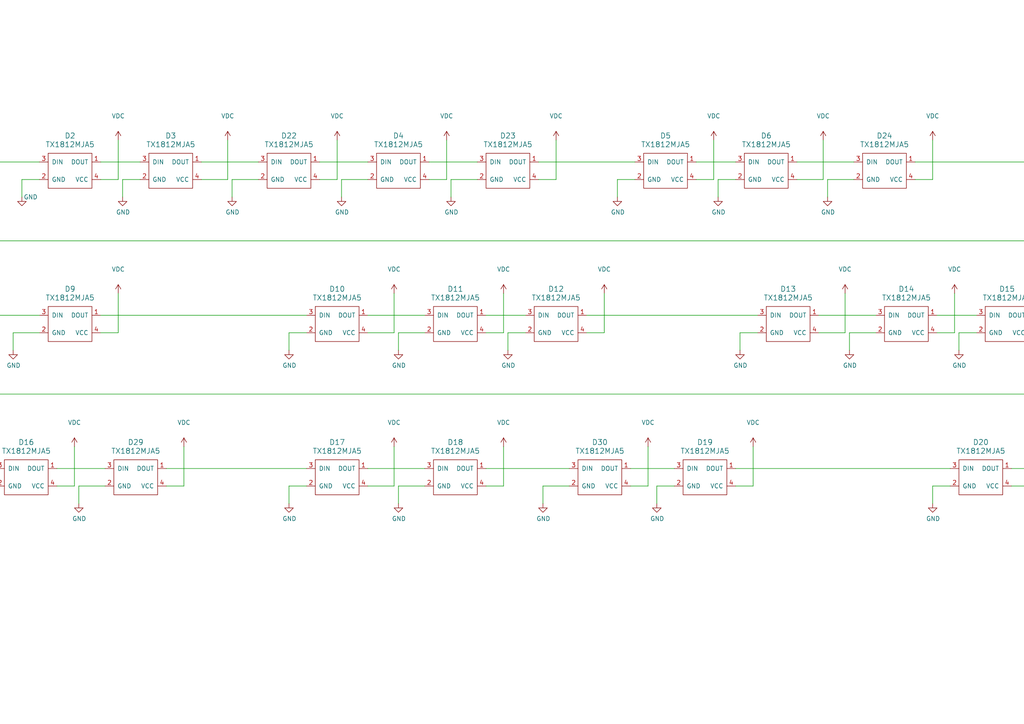
<source format=kicad_sch>
(kicad_sch (version 20250114) (generator "eeschema") (generator_version "9.0")
  (paper "A4")
  (title_block (title "Pixels D20 Schematic, Main") (date "2022-08-26") (rev "13") (company "Systemic Games, LLC") (comment 1 "LED Chain"))
  (lib_symbols
    (symbol "Device:C" (pin_numbers (hide yes)) (pin_names (offset 0.254))
      (property "Reference" "C" (at 0.635 2.54 0))
      (property "Value" "C" (at 0.635 -2.54 0))
      (symbol "C_0_1"
        (polyline (pts (xy -2.032 0.762) (xy 2.032 0.762)) (stroke (width 0.508)))
        (polyline (pts (xy -2.032 -0.762) (xy 2.032 -0.762)) (stroke (width 0.508)))
      )
      (symbol "C_1_1"
        (pin passive line (at 0 3.81 270) (length 2.794) (name "~") (number "1"))
        (pin passive line (at 0 -3.81 90) (length 2.794) (name "~") (number "2"))
      )
    )
    (symbol "Pixels-dice:TEST_1P-conn" (pin_numbers (hide yes)) (pin_names (offset 0.762) (hide yes))
      (property "Reference" "W" (at 0 6.858 0))
      (property "Value" "TEST_1P-conn" (at 0 5.08 0))
      (symbol "TEST_1P-conn_0_1"
        (circle (center 0 3.302) (radius 0.762))
      )
      (symbol "TEST_1P-conn_1_1"
        (pin passive line (at 0 0 90) (length 2.54) (name "1") (number "1"))
      )
    )
    (symbol "Pixels-dice:TX1812MJA5" (pin_names (offset 1.016))
      (property "Reference" "D" (at 0 -6.35 0))
      (property "Value" "TX1812MJA5" (at 0 6.35 0))
      (symbol "TX1812MJA5_0_1"
        (rectangle (start -6.35 5.08) (end 6.35 -5.08))
      )
      (symbol "TX1812MJA5_1_1"
        (pin input line (at -8.89 2.54 0) (length 2.54) (name "DIN") (number "3"))
        (pin power_in line (at -8.89 -2.54 0) (length 2.54) (name "GND") (number "2"))
        (pin output line (at 8.89 2.54 180) (length 2.54) (name "DOUT") (number "1"))
        (pin power_in line (at 8.89 -2.54 180) (length 2.54) (name "VCC") (number "4"))
      )
    )
    (symbol "power:GND" (power) (pin_names (offset 0))
      (property "Value" "GND" (at 0 -3.81 0))
      (symbol "GND_0_1"
        (polyline (pts (xy 0 0) (xy 0 -1.27) (xy 1.27 -1.27) (xy 0 -2.54) (xy -1.27 -1.27) (xy 0 -1.27)))
      )
      (symbol "GND_1_1"
        (pin power_in line (at 0 0 270) (length 0) (hide yes) (name "GND") (number "1"))
      )
    )
    (symbol "power:VDC" (power) (pin_names (offset 0))
      (property "Value" "VDC" (at 0 6.35 0))
      (symbol "VDC_0_1"
        (polyline (pts (xy -0.762 1.27) (xy 0 2.54)))
        (polyline (pts (xy 0 2.54) (xy 0.762 1.27)))
        (polyline (pts (xy 0 0) (xy 0 2.54)))
      )
      (symbol "VDC_1_1"
        (pin power_in line (at 0 0 90) (length 0) (hide yes) (name "VDC") (number "1"))
      )
    )
  )
  (junction (at -21.59 46.99))
  (junction (at 330.2 140.97))
  (junction (at 360.68 52.07))
  (junction (at 306.07 96.52))
  (wire (pts (xy 175.26 85.09) (xy 175.26 96.52)))
  (wire (pts (xy 238.76 40.64) (xy 238.76 52.07)))
  (wire (pts (xy 170.18 91.44) (xy 219.71 91.44)))
  (wire (pts (xy 265.43 52.07) (xy 270.51 52.07)))
  (wire (pts (xy 53.34 129.54) (xy 53.34 140.97)))
  (wire (pts (xy 190.5 140.97) (xy 195.58 140.97)))
  (wire (pts (xy 124.46 46.99) (xy 138.43 46.99)))
  (wire (pts (xy 114.3 129.54) (xy 114.3 140.97)))
  (wire (pts (xy 306.07 104.14) (xy 306.07 105.41)))
  (wire (pts (xy 326.39 52.07) (xy 331.47 52.07)))
  (wire (pts (xy 106.68 96.52) (xy 114.3 96.52)))
  (wire (pts (xy 214.63 96.52) (xy 214.63 101.6)))
  (wire (pts (xy 201.93 52.07) (xy 207.01 52.07)))
  (wire (pts (xy 208.28 52.07) (xy 213.36 52.07)))
  (wire (pts (xy 161.29 40.64) (xy 161.29 52.07)))
  (wire (pts (xy 271.78 91.44) (xy 283.21 91.44)))
  (wire (pts (xy 190.5 146.05) (xy 190.5 140.97)))
  (wire (pts (xy 48.26 135.89) (xy 88.9 135.89)))
  (wire (pts (xy 208.28 52.07) (xy 208.28 57.15)))
  (wire (pts (xy 34.29 85.09) (xy 34.29 96.52)))
  (wire (pts (xy 83.82 146.05) (xy 83.82 140.97)))
  (wire (pts (xy -1.27 69.85) (xy -1.27 91.44)))
  (wire (pts (xy 146.05 85.09) (xy 146.05 96.52)))
  (wire (pts (xy 201.93 46.99) (xy 213.36 46.99)))
  (wire (pts (xy 182.88 140.97) (xy 187.96 140.97)))
  (wire (pts (xy 66.04 40.64) (xy 66.04 52.07)))
  (wire (pts (xy 179.07 52.07) (xy 184.15 52.07)))
  (wire (pts (xy 147.32 96.52) (xy 152.4 96.52)))
  (wire (pts (xy 302.26 140.97) (xy 302.26 146.05)))
  (wire (pts (xy 355.6 52.07) (xy 360.68 52.07)))
  (wire (pts (xy 207.01 40.64) (xy 207.01 52.07)))
  (wire (pts (xy 140.97 91.44) (xy 152.4 91.44)))
  (wire (pts (xy 330.2 129.54) (xy 330.2 140.97)))
  (wire (pts (xy 83.82 101.6) (xy 83.82 96.52)))
  (wire (pts (xy 48.26 140.97) (xy 53.34 140.97)))
  (wire (pts (xy 92.71 52.07) (xy 97.79 52.07)))
  (wire (pts (xy 29.21 96.52) (xy 34.29 96.52)))
  (wire (pts (xy 156.21 46.99) (xy 184.15 46.99)))
  (wire (pts (xy 293.37 135.89) (xy 308.61 135.89)))
  (wire (pts (xy 35.56 57.15) (xy 35.56 52.07)))
  (wire (pts (xy 146.05 129.54) (xy 146.05 140.97)))
  (wire (pts (xy 293.37 140.97) (xy 300.99 140.97)))
  (wire (pts (xy 302.26 140.97) (xy 308.61 140.97)))
  (wire (pts (xy 300.99 91.44) (xy 360.68 91.44)))
  (wire (pts (xy 240.03 52.07) (xy 247.65 52.07)))
  (wire (pts (xy 22.86 140.97) (xy 30.48 140.97)))
  (wire (pts (xy 332.74 52.07) (xy 337.82 52.07)))
  (wire (pts (xy 231.14 52.07) (xy 238.76 52.07)))
  (wire (pts (xy 355.6 46.99) (xy 401.32 46.99)))
  (wire (pts (xy 360.68 40.64) (xy 360.68 52.07)))
  (wire (pts (xy -21.59 46.99) (xy 11.43 46.99)))
  (wire (pts (xy 270.51 140.97) (xy 270.51 146.05)))
  (wire (pts (xy 58.42 52.07) (xy 66.04 52.07)))
  (wire (pts (xy 170.18 96.52) (xy 175.26 96.52)))
  (wire (pts (xy 6.35 52.07) (xy 6.35 57.15)))
  (wire (pts (xy 179.07 57.15) (xy 179.07 52.07)))
  (wire (pts (xy 67.31 52.07) (xy 67.31 57.15)))
  (wire (pts (xy 114.3 85.09) (xy 114.3 96.52)))
  (wire (pts (xy 326.39 140.97) (xy 330.2 140.97)))
  (wire (pts (xy 237.49 96.52) (xy 245.11 96.52)))
  (wire (pts (xy 246.38 96.52) (xy 246.38 101.6)))
  (wire (pts (xy -21.59 45.72) (xy -21.59 46.99)))
  (wire (pts (xy 213.36 135.89) (xy 275.59 135.89)))
  (wire (pts (xy 245.11 85.09) (xy 245.11 96.52)))
  (wire (pts (xy 300.99 52.07) (xy 300.99 57.15)))
  (wire (pts (xy 130.81 52.07) (xy 130.81 57.15)))
  (wire (pts (xy 237.49 91.44) (xy 254 91.44)))
  (wire (pts (xy -1.27 91.44) (xy 11.43 91.44)))
  (wire (pts (xy 271.78 96.52) (xy 276.86 96.52)))
  (wire (pts (xy 401.32 46.99) (xy 401.32 69.85)))
  (wire (pts (xy -8.89 140.97) (xy -1.27 140.97)))
  (wire (pts (xy 360.68 91.44) (xy 360.68 114.3)))
  (wire (pts (xy 187.96 129.54) (xy 187.96 140.97)))
  (wire (pts (xy 92.71 46.99) (xy 106.68 46.99)))
  (wire (pts (xy 300.99 52.07) (xy 308.61 52.07)))
  (wire (pts (xy 218.44 129.54) (xy 218.44 140.97)))
  (wire (pts (xy 147.32 101.6) (xy 147.32 96.52)))
  (wire (pts (xy 157.48 140.97) (xy 165.1 140.97)))
  (wire (pts (xy 83.82 140.97) (xy 88.9 140.97)))
  (wire (pts (xy 6.35 52.07) (xy 11.43 52.07)))
  (wire (pts (xy 29.21 91.44) (xy 88.9 91.44)))
  (wire (pts (xy 83.82 96.52) (xy 88.9 96.52)))
  (wire (pts (xy 97.79 40.64) (xy 97.79 52.07)))
  (wire (pts (xy 106.68 91.44) (xy 123.19 91.44)))
  (wire (pts (xy -13.97 135.89) (xy -1.27 135.89)))
  (wire (pts (xy 3.81 96.52) (xy 11.43 96.52)))
  (wire (pts (xy 35.56 52.07) (xy 40.64 52.07)))
  (wire (pts (xy 124.46 52.07) (xy 129.54 52.07)))
  (wire (pts (xy -24.13 46.99) (xy -21.59 46.99)))
  (wire (pts (xy 326.39 46.99) (xy 337.82 46.99)))
  (wire (pts (xy -1.27 69.85) (xy 401.32 69.85)))
  (wire (pts (xy 115.57 96.52) (xy 115.57 101.6)))
  (wire (pts (xy 58.42 46.99) (xy 74.93 46.99)))
  (wire (pts (xy 21.59 129.54) (xy 21.59 140.97)))
  (wire (pts (xy 22.86 140.97) (xy 22.86 146.05)))
  (wire (pts (xy 29.21 46.99) (xy 40.64 46.99)))
  (wire (pts (xy 115.57 140.97) (xy 123.19 140.97)))
  (wire (pts (xy 278.13 101.6) (xy 278.13 96.52)))
  (wire (pts (xy 16.51 135.89) (xy 30.48 135.89)))
  (wire (pts (xy 16.51 140.97) (xy 21.59 140.97)))
  (wire (pts (xy 106.68 135.89) (xy 123.19 135.89)))
  (wire (pts (xy 115.57 96.52) (xy 123.19 96.52)))
  (wire (pts (xy 300.99 96.52) (xy 306.07 96.52)))
  (wire (pts (xy 331.47 40.64) (xy 331.47 52.07)))
  (wire (pts (xy 157.48 140.97) (xy 157.48 146.05)))
  (wire (pts (xy 300.99 129.54) (xy 300.99 140.97)))
  (wire (pts (xy -8.89 140.97) (xy -8.89 146.05)))
  (wire (pts (xy 326.39 135.89) (xy 341.63 135.89)))
  (wire (pts (xy 106.68 140.97) (xy 114.3 140.97)))
  (wire (pts (xy 240.03 52.07) (xy 240.03 57.15)))
  (wire (pts (xy 278.13 96.52) (xy 283.21 96.52)))
  (wire (pts (xy 360.68 59.69) (xy 360.68 62.23)))
  (wire (pts (xy 140.97 140.97) (xy 146.05 140.97)))
  (wire (pts (xy 130.81 52.07) (xy 138.43 52.07)))
  (wire (pts (xy 140.97 96.52) (xy 146.05 96.52)))
  (wire (pts (xy 276.86 85.09) (xy 276.86 96.52)))
  (wire (pts (xy 182.88 135.89) (xy 195.58 135.89)))
  (wire (pts (xy 34.29 40.64) (xy 34.29 52.07)))
  (wire (pts (xy 231.14 46.99) (xy 247.65 46.99)))
  (wire (pts (xy 115.57 140.97) (xy 115.57 146.05)))
  (wire (pts (xy 270.51 140.97) (xy 275.59 140.97)))
  (wire (pts (xy 140.97 135.89) (xy 165.1 135.89)))
  (wire (pts (xy 99.06 52.07) (xy 106.68 52.07)))
  (wire (pts (xy 67.31 52.07) (xy 74.93 52.07)))
  (wire (pts (xy 270.51 40.64) (xy 270.51 52.07)))
  (wire (pts (xy 213.36 140.97) (xy 218.44 140.97)))
  (wire (pts (xy 330.2 148.59) (xy 330.2 149.86)))
  (wire (pts (xy 129.54 40.64) (xy 129.54 52.07)))
  (wire (pts (xy 332.74 57.15) (xy 332.74 52.07)))
  (wire (pts (xy 246.38 96.52) (xy 254 96.52)))
  (wire (pts (xy 265.43 46.99) (xy 308.61 46.99)))
  (wire (pts (xy 29.21 52.07) (xy 34.29 52.07)))
  (wire (pts (xy 3.81 96.52) (xy 3.81 101.6)))
  (wire (pts (xy 214.63 96.52) (xy 219.71 96.52)))
  (wire (pts (xy 306.07 85.09) (xy 306.07 96.52)))
  (wire (pts (xy -13.97 114.3) (xy 360.68 114.3)))
  (wire (pts (xy -13.97 114.3) (xy -13.97 135.89)))
  (wire (pts (xy 156.21 52.07) (xy 161.29 52.07)))
  (wire (pts (xy 99.06 52.07) (xy 99.06 57.15)))
  (hierarchical_label "LED_RETURN" (shape output) (at 341.63 135.89 0))
  (hierarchical_label "LED_DATA" (shape input) (at -24.13 46.99 180))
  (symbol (lib_id "power:VDC") (at 34.29 40.64 0) (unit 1)
    (property "Reference" "#PWR0103" (effects (hide yes)))
    (property "Value" "VDC" (at 34.29 33.655 0))
  )
  (symbol (lib_id "power:VDC") (at 66.04 40.64 0) (unit 1)
    (property "Reference" "#PWR0104" (effects (hide yes)))
    (property "Value" "VDC" (at 66.04 33.655 0))
  )
  (symbol (lib_id "power:GND") (at 6.35 57.15 0) (unit 1)
    (property "Reference" "#PWR0105" (effects (hide yes)))
    (property "Value" "GND" (at 8.89 57.15 0))
  )
  (symbol (lib_id "power:GND") (at 35.56 57.15 0) (unit 1)
    (property "Reference" "#PWR0106" (effects (hide yes)))
    (property "Value" "GND" (at 35.687 61.5442 0))
  )
  (symbol (lib_id "power:VDC") (at 129.54 40.64 0) (unit 1)
    (property "Reference" "#PWR0107" (effects (hide yes)))
    (property "Value" "VDC" (at 129.54 33.655 0))
  )
  (symbol (lib_id "power:VDC") (at 207.01 40.64 0) (unit 1)
    (property "Reference" "#PWR0108" (effects (hide yes)))
    (property "Value" "VDC" (at 207.01 33.655 0))
  )
  (symbol (lib_id "power:GND") (at 99.06 57.15 0) (unit 1)
    (property "Reference" "#PWR0109" (effects (hide yes)))
    (property "Value" "GND" (at 99.187 61.5442 0))
  )
  (symbol (lib_id "power:GND") (at 179.07 57.15 0) (unit 1)
    (property "Reference" "#PWR0110" (effects (hide yes)))
    (property "Value" "GND" (at 179.197 61.5442 0))
  )
  (symbol (lib_id "power:VDC") (at 238.76 40.64 0) (unit 1)
    (property "Reference" "#PWR0111" (effects (hide yes)))
    (property "Value" "VDC" (at 238.76 33.655 0))
  )
  (symbol (lib_id "power:VDC") (at 331.47 40.64 0) (unit 1)
    (property "Reference" "#PWR0112" (effects (hide yes)))
    (property "Value" "VDC" (at 331.47 33.655 0))
  )
  (symbol (lib_id "power:VDC") (at 360.68 40.64 0) (unit 1)
    (property "Reference" "#PWR0113" (effects (hide yes)))
    (property "Value" "VDC" (at 360.68 33.655 0))
  )
  (symbol (lib_id "power:GND") (at 300.99 57.15 0) (unit 1)
    (property "Reference" "#PWR0114" (effects (hide yes)))
    (property "Value" "GND" (at 301.117 61.5442 0))
  )
  (symbol (lib_id "power:GND") (at 332.74 57.15 0) (unit 1)
    (property "Reference" "#PWR0115" (effects (hide yes)))
    (property "Value" "GND" (at 332.867 61.5442 0))
  )
  (symbol (lib_id "power:GND") (at 208.28 57.15 0) (unit 1)
    (property "Reference" "#PWR0116" (effects (hide yes)))
    (property "Value" "GND" (at 208.407 61.5442 0))
  )
  (symbol (lib_id "power:VDC") (at 34.29 85.09 0) (unit 1)
    (property "Reference" "#PWR0117" (effects (hide yes)))
    (property "Value" "VDC" (at 34.29 78.105 0))
  )
  (symbol (lib_id "power:VDC") (at 114.3 85.09 0) (unit 1)
    (property "Reference" "#PWR0118" (effects (hide yes)))
    (property "Value" "VDC" (at 114.3 78.105 0))
  )
  (symbol (lib_id "power:GND") (at 3.81 101.6 0) (unit 1)
    (property "Reference" "#PWR0119" (effects (hide yes)))
    (property "Value" "GND" (at 3.937 105.9942 0))
  )
  (symbol (lib_id "power:GND") (at 83.82 101.6 0) (unit 1)
    (property "Reference" "#PWR0120" (effects (hide yes)))
    (property "Value" "GND" (at 83.947 105.9942 0))
  )
  (symbol (lib_id "power:VDC") (at 175.26 85.09 0) (unit 1)
    (property "Reference" "#PWR0121" (effects (hide yes)))
    (property "Value" "VDC" (at 175.26 78.105 0))
  )
  (symbol (lib_id "power:GND") (at 115.57 101.6 0) (unit 1)
    (property "Reference" "#PWR0122" (effects (hide yes)))
    (property "Value" "GND" (at 115.697 105.9942 0))
  )
  (symbol (lib_id "power:GND") (at 147.32 101.6 0) (unit 1)
    (property "Reference" "#PWR0123" (effects (hide yes)))
    (property "Value" "GND" (at 147.447 105.9942 0))
  )
  (symbol (lib_id "power:VDC") (at 245.11 85.09 0) (unit 1)
    (property "Reference" "#PWR0124" (effects (hide yes)))
    (property "Value" "VDC" (at 245.11 78.105 0))
  )
  (symbol (lib_id "power:VDC") (at 276.86 85.09 0) (unit 1)
    (property "Reference" "#PWR0125" (effects (hide yes)))
    (property "Value" "VDC" (at 276.86 78.105 0))
  )
  (symbol (lib_id "power:VDC") (at 306.07 85.09 0) (unit 1)
    (property "Reference" "#PWR0126" (effects (hide yes)))
    (property "Value" "VDC" (at 306.07 78.105 0))
  )
  (symbol (lib_id "power:GND") (at 246.38 101.6 0) (unit 1)
    (property "Reference" "#PWR0127" (effects (hide yes)))
    (property "Value" "GND" (at 246.507 105.9942 0))
  )
  (symbol (lib_id "power:GND") (at 278.13 101.6 0) (unit 1)
    (property "Reference" "#PWR0128" (effects (hide yes)))
    (property "Value" "GND" (at 278.257 105.9942 0))
  )
  (symbol (lib_id "power:GND") (at 214.63 101.6 0) (unit 1)
    (property "Reference" "#PWR0129" (effects (hide yes)))
    (property "Value" "GND" (at 214.757 105.9942 0))
  )
  (symbol (lib_id "power:VDC") (at 21.59 129.54 0) (unit 1)
    (property "Reference" "#PWR0130" (effects (hide yes)))
    (property "Value" "VDC" (at 21.59 122.555 0))
  )
  (symbol (lib_id "power:VDC") (at 114.3 129.54 0) (unit 1)
    (property "Reference" "#PWR0131" (effects (hide yes)))
    (property "Value" "VDC" (at 114.3 122.555 0))
  )
  (symbol (lib_id "power:GND") (at -8.89 146.05 0) (unit 1)
    (property "Reference" "#PWR0132" (effects (hide yes)))
    (property "Value" "GND" (at -8.763 150.4442 0))
  )
  (symbol (lib_id "power:GND") (at 83.82 146.05 0) (unit 1)
    (property "Reference" "#PWR0133" (effects (hide yes)))
    (property "Value" "GND" (at 83.947 150.4442 0))
  )
  (symbol (lib_id "power:VDC") (at 146.05 129.54 0) (unit 1)
    (property "Reference" "#PWR0134" (effects (hide yes)))
    (property "Value" "VDC" (at 146.05 122.555 0))
  )
  (symbol (lib_id "power:VDC") (at 218.44 129.54 0) (unit 1)
    (property "Reference" "#PWR0135" (effects (hide yes)))
    (property "Value" "VDC" (at 218.44 122.555 0))
  )
  (symbol (lib_id "power:GND") (at 115.57 146.05 0) (unit 1)
    (property "Reference" "#PWR0136" (effects (hide yes)))
    (property "Value" "GND" (at 115.697 150.4442 0))
  )
  (symbol (lib_id "power:GND") (at 190.5 146.05 0) (unit 1)
    (property "Reference" "#PWR0137" (effects (hide yes)))
    (property "Value" "GND" (at 190.627 150.4442 0))
  )
  (symbol (lib_id "power:VDC") (at 300.99 129.54 0) (unit 1)
    (property "Reference" "#PWR0138" (effects (hide yes)))
    (property "Value" "VDC" (at 300.99 122.555 0))
  )
  (symbol (lib_id "power:GND") (at 360.68 62.23 0) (unit 1)
    (property "Reference" "#PWR0140" (effects (hide yes)))
    (property "Value" "GND" (at 360.807 66.6242 0))
  )
  (symbol (lib_id "Device:C") (at 306.07 100.33 0) (unit 1)
    (property "Reference" "C24" (at 308.61 100.33 0) (effects (justify left)))
    (property "Value" "0.1uF 10V 20%" (at 307.34 102.87 0) (effects (justify left)))
    (property "Footprint" "Capacitor_SMD:C_0201_0603Metric" (effects (hide yes)))
    (property "Generic OK" "YES" (effects (hide yes)))
    (property "Manufacturer" "HRE" (effects (hide yes)))
    (property "LCSC Part #" "C6119757" (effects (hide yes)))
    (property "Part Number" "CGA0201X5R104K100ET" (effects (hide yes)))
  )
  (symbol (lib_id "power:GND") (at 306.07 105.41 0) (unit 1)
    (property "Reference" "#PWR0141" (effects (hide yes)))
    (property "Value" "GND" (at 306.197 109.8042 0))
  )
  (symbol (lib_id "Device:C") (at 330.2 144.78 0) (unit 1)
    (property "Reference" "C25" (at 332.74 144.78 0) (effects (justify left)))
    (property "Value" "0.1uF 10V 20%" (at 331.47 147.32 0) (effects (justify left)))
    (property "Footprint" "Capacitor_SMD:C_0201_0603Metric" (effects (hide yes)))
    (property "Generic OK" "YES" (effects (hide yes)))
    (property "Manufacturer" "HRE" (effects (hide yes)))
    (property "LCSC Part #" "C6119757" (effects (hide yes)))
    (property "Part Number" "CGA0201X5R104K100ET" (effects (hide yes)))
  )
  (symbol (lib_id "power:VDC") (at 97.79 40.64 0) (unit 1)
    (property "Reference" "#PWR019" (effects (hide yes)))
    (property "Value" "VDC" (at 97.79 33.655 0))
  )
  (symbol (lib_id "Pixels-dice:TX1812MJA5") (at 317.5 49.53 0) (unit 1)
    (property "Reference" "D7" (at 317.5 39.37 0) (effects (font (size 1.524 1.524))))
    (property "Value" "TX1812MJA5" (at 317.5 41.91 0) (effects (font (size 1.524 1.524))))
    (property "Footprint" "Pixels-dice:TX1812MWCA5-F01" (effects (hide yes)))
    (property "Manufacturer" "TCWIN" (effects (hide yes)))
    (property "Part Number" "TX1812MJA5-F01" (effects (hide yes)))
  )
  (symbol (lib_id "Pixels-dice:TX1812MJA5") (at 39.37 138.43 0) (unit 1)
    (property "Reference" "D29" (at 39.37 128.27 0) (effects (font (size 1.524 1.524))))
    (property "Value" "TX1812MJA5" (at 39.37 130.81 0) (effects (font (size 1.524 1.524))))
    (property "Footprint" "Pixels-dice:TX1812MWCA5-F01" (effects (hide yes)))
    (property "Manufacturer" "TCWIN" (effects (hide yes)))
    (property "Part Number" "TX1812MJA5-F01" (effects (hide yes)))
  )
  (symbol (lib_id "Pixels-dice:TX1812MJA5") (at 262.89 93.98 0) (unit 1)
    (property "Reference" "D14" (at 262.89 83.82 0) (effects (font (size 1.524 1.524))))
    (property "Value" "TX1812MJA5" (at 262.89 86.36 0) (effects (font (size 1.524 1.524))))
    (property "Footprint" "Pixels-dice:TX1812MWCA5-F01" (effects (hide yes)))
    (property "Manufacturer" "TCWIN" (effects (hide yes)))
    (property "Part Number" "TX1812MJA5-F01" (effects (hide yes)))
  )
  (symbol (lib_id "power:GND") (at 270.51 146.05 0) (unit 1)
    (property "Reference" "#PWR046" (effects (hide yes)))
    (property "Value" "GND" (at 270.637 150.4442 0))
  )
  (symbol (lib_id "power:GND") (at 22.86 146.05 0) (unit 1)
    (property "Reference" "#PWR067" (effects (hide yes)))
    (property "Value" "GND" (at 22.987 150.4442 0))
  )
  (symbol (lib_id "Device:C") (at 360.68 55.88 0) (unit 1)
    (property "Reference" "C6" (at 363.22 55.88 0) (effects (justify left)))
    (property "Value" "0.1uF 10V 20%" (at 361.95 58.42 0) (effects (justify left)))
    (property "Footprint" "Capacitor_SMD:C_0201_0603Metric" (effects (hide yes)))
    (property "Generic OK" "YES" (effects (hide yes)))
    (property "Manufacturer" "HRE" (effects (hide yes)))
    (property "LCSC Part #" "C6119757" (effects (hide yes)))
    (property "Part Number" "CGA0201X5R104K100ET" (effects (hide yes)))
  )
  (symbol (lib_id "Pixels-dice:TX1812MJA5") (at 193.04 49.53 0) (unit 1)
    (property "Reference" "D5" (at 193.04 39.37 0) (effects (font (size 1.524 1.524))))
    (property "Value" "TX1812MJA5" (at 193.04 41.91 0) (effects (font (size 1.524 1.524))))
    (property "Footprint" "Pixels-dice:TX1812MWCA5-F01" (effects (hide yes)))
    (property "Manufacturer" "TCWIN" (effects (hide yes)))
    (property "Part Number" "TX1812MJA5-F01" (effects (hide yes)))
  )
  (symbol (lib_id "Pixels-dice:TX1812MJA5") (at 115.57 49.53 0) (unit 1)
    (property "Reference" "D4" (at 115.57 39.37 0) (effects (font (size 1.524 1.524))))
    (property "Value" "TX1812MJA5" (at 115.57 41.91 0) (effects (font (size 1.524 1.524))))
    (property "Footprint" "Pixels-dice:TX1812MWCA5-F01" (effects (hide yes)))
    (property "Manufacturer" "TCWIN" (effects (hide yes)))
    (property "Part Number" "TX1812MJA5-F01" (effects (hide yes)))
  )
  (symbol (lib_id "Pixels-dice:TX1812MJA5") (at 132.08 93.98 0) (unit 1)
    (property "Reference" "D11" (at 132.08 83.82 0) (effects (font (size 1.524 1.524))))
    (property "Value" "TX1812MJA5" (at 132.08 86.36 0) (effects (font (size 1.524 1.524))))
    (property "Footprint" "Pixels-dice:TX1812MWCA5-F01" (effects (hide yes)))
    (property "Manufacturer" "TCWIN" (effects (hide yes)))
    (property "Part Number" "TX1812MJA5-F01" (effects (hide yes)))
  )
  (symbol (lib_id "Pixels-dice:TX1812MJA5") (at 222.25 49.53 0) (unit 1)
    (property "Reference" "D6" (at 222.25 39.37 0) (effects (font (size 1.524 1.524))))
    (property "Value" "TX1812MJA5" (at 222.25 41.91 0) (effects (font (size 1.524 1.524))))
    (property "Footprint" "Pixels-dice:TX1812MWCA5-F01" (effects (hide yes)))
    (property "Manufacturer" "TCWIN" (effects (hide yes)))
    (property "Part Number" "TX1812MJA5-F01" (effects (hide yes)))
  )
  (symbol (lib_id "Pixels-dice:TX1812MJA5") (at 317.5 138.43 0) (unit 1)
    (property "Reference" "D21" (at 317.5 128.27 0) (effects (font (size 1.524 1.524))))
    (property "Value" "TX1812MJA5" (at 317.5 130.81 0) (effects (font (size 1.524 1.524))))
    (property "Footprint" "Pixels-dice:TX1812MWCA5-F01" (effects (hide yes)))
    (property "Manufacturer" "TCWIN" (effects (hide yes)))
    (property "Part Number" "TX1812MJA5-F01" (effects (hide yes)))
  )
  (symbol (lib_id "Pixels-dice:TX1812MJA5") (at 228.6 93.98 0) (unit 1)
    (property "Reference" "D13" (at 228.6 83.82 0) (effects (font (size 1.524 1.524))))
    (property "Value" "TX1812MJA5" (at 228.6 86.36 0) (effects (font (size 1.524 1.524))))
    (property "Footprint" "Pixels-dice:TX1812MWCA5-F01" (effects (hide yes)))
    (property "Manufacturer" "TCWIN" (effects (hide yes)))
    (property "Part Number" "TX1812MJA5-F01" (effects (hide yes)))
  )
  (symbol (lib_id "power:VDC") (at 146.05 85.09 0) (unit 1)
    (property "Reference" "#PWR015" (effects (hide yes)))
    (property "Value" "VDC" (at 146.05 78.105 0))
  )
  (symbol (lib_id "Pixels-dice:TX1812MJA5") (at 346.71 49.53 0) (unit 1)
    (property "Reference" "D8" (at 346.71 39.37 0) (effects (font (size 1.524 1.524))))
    (property "Value" "TX1812MJA5" (at 346.71 41.91 0) (effects (font (size 1.524 1.524))))
    (property "Footprint" "Pixels-dice:TX1812MWCA5-F01" (effects (hide yes)))
    (property "Manufacturer" "TCWIN" (effects (hide yes)))
    (property "Part Number" "TX1812MJA5-F01" (effects (hide yes)))
  )
  (symbol (lib_id "Pixels-dice:TX1812MJA5") (at 284.48 138.43 0) (unit 1)
    (property "Reference" "D20" (at 284.48 128.27 0) (effects (font (size 1.524 1.524))))
    (property "Value" "TX1812MJA5" (at 284.48 130.81 0) (effects (font (size 1.524 1.524))))
    (property "Footprint" "Pixels-dice:TX1812MWCA5-F01" (effects (hide yes)))
    (property "Manufacturer" "TCWIN" (effects (hide yes)))
    (property "Part Number" "TX1812MJA5-F01" (effects (hide yes)))
  )
  (symbol (lib_id "Pixels-dice:TX1812MJA5") (at 97.79 93.98 0) (unit 1)
    (property "Reference" "D10" (at 97.79 83.82 0) (effects (font (size 1.524 1.524))))
    (property "Value" "TX1812MJA5" (at 97.79 86.36 0) (effects (font (size 1.524 1.524))))
    (property "Footprint" "Pixels-dice:TX1812MWCA5-F01" (effects (hide yes)))
    (property "Manufacturer" "TCWIN" (effects (hide yes)))
    (property "Part Number" "TX1812MJA5-F01" (effects (hide yes)))
  )
  (symbol (lib_id "Pixels-dice:TX1812MJA5") (at 132.08 138.43 0) (unit 1)
    (property "Reference" "D18" (at 132.08 128.27 0) (effects (font (size 1.524 1.524))))
    (property "Value" "TX1812MJA5" (at 132.08 130.81 0) (effects (font (size 1.524 1.524))))
    (property "Footprint" "Pixels-dice:TX1812MWCA5-F01" (effects (hide yes)))
    (property "Manufacturer" "TCWIN" (effects (hide yes)))
    (property "Part Number" "TX1812MJA5-F01" (effects (hide yes)))
  )
  (symbol (lib_id "power:VDC") (at 270.51 40.64 0) (unit 1)
    (property "Reference" "#PWR037" (effects (hide yes)))
    (property "Value" "VDC" (at 270.51 33.655 0))
  )
  (symbol (lib_id "power:VDC") (at 53.34 129.54 0) (unit 1)
    (property "Reference" "#PWR068" (effects (hide yes)))
    (property "Value" "VDC" (at 53.34 122.555 0))
  )
  (symbol (lib_id "Pixels-dice:TX1812MJA5") (at 97.79 138.43 0) (unit 1)
    (property "Reference" "D17" (at 97.79 128.27 0) (effects (font (size 1.524 1.524))))
    (property "Value" "TX1812MJA5" (at 97.79 130.81 0) (effects (font (size 1.524 1.524))))
    (property "Footprint" "Pixels-dice:TX1812MWCA5-F01" (effects (hide yes)))
    (property "Manufacturer" "TCWIN" (effects (hide yes)))
    (property "Part Number" "TX1812MJA5-F01" (effects (hide yes)))
  )
  (symbol (lib_id "Pixels-dice:TX1812MJA5") (at 173.99 138.43 0) (unit 1)
    (property "Reference" "D30" (at 173.99 128.27 0) (effects (font (size 1.524 1.524))))
    (property "Value" "TX1812MJA5" (at 173.99 130.81 0) (effects (font (size 1.524 1.524))))
    (property "Footprint" "Pixels-dice:TX1812MWCA5-F01" (effects (hide yes)))
    (property "Manufacturer" "TCWIN" (effects (hide yes)))
    (property "Part Number" "TX1812MJA5-F01" (effects (hide yes)))
  )
  (symbol (lib_id "power:VDC") (at 161.29 40.64 0) (unit 1)
    (property "Reference" "#PWR021" (effects (hide yes)))
    (property "Value" "VDC" (at 161.29 33.655 0))
  )
  (symbol (lib_id "Pixels-dice:TX1812MJA5") (at 49.53 49.53 0) (unit 1)
    (property "Reference" "D3" (at 49.53 39.37 0) (effects (font (size 1.524 1.524))))
    (property "Value" "TX1812MJA5" (at 49.53 41.91 0) (effects (font (size 1.524 1.524))))
    (property "Footprint" "Pixels-dice:TX1812MWCA5-F01" (effects (hide yes)))
    (property "Manufacturer" "TCWIN" (effects (hide yes)))
    (property "Part Number" "TX1812MJA5-F01" (effects (hide yes)))
  )
  (symbol (lib_id "Pixels-dice:TX1812MJA5") (at 147.32 49.53 0) (unit 1)
    (property "Reference" "D23" (at 147.32 39.37 0) (effects (font (size 1.524 1.524))))
    (property "Value" "TX1812MJA5" (at 147.32 41.91 0) (effects (font (size 1.524 1.524))))
    (property "Footprint" "Pixels-dice:TX1812MWCA5-F01" (effects (hide yes)))
    (property "Manufacturer" "TCWIN" (effects (hide yes)))
    (property "Part Number" "TX1812MJA5-F01" (effects (hide yes)))
  )
  (symbol (lib_id "power:GND") (at 130.81 57.15 0) (unit 1)
    (property "Reference" "#PWR020" (effects (hide yes)))
    (property "Value" "GND" (at 130.937 61.5442 0))
  )
  (symbol (lib_id "Pixels-dice:TX1812MJA5") (at 20.32 49.53 0) (unit 1)
    (property "Reference" "D2" (at 20.32 39.37 0) (effects (font (size 1.524 1.524))))
    (property "Value" "TX1812MJA5" (at 20.32 41.91 0) (effects (font (size 1.524 1.524))))
    (property "Footprint" "Pixels-dice:TX1812MWCA5-F01" (effects (hide yes)))
    (property "Manufacturer" "TCWIN" (effects (hide yes)))
    (property "Part Number" "TX1812MJA5-F01" (effects (hide yes)))
  )
  (symbol (lib_id "Pixels-dice:TX1812MJA5") (at 83.82 49.53 0) (unit 1)
    (property "Reference" "D22" (at 83.82 39.37 0) (effects (font (size 1.524 1.524))))
    (property "Value" "TX1812MJA5" (at 83.82 41.91 0) (effects (font (size 1.524 1.524))))
    (property "Footprint" "Pixels-dice:TX1812MWCA5-F01" (effects (hide yes)))
    (property "Manufacturer" "TCWIN" (effects (hide yes)))
    (property "Part Number" "TX1812MJA5-F01" (effects (hide yes)))
  )
  (symbol (lib_id "Pixels-dice:TX1812MJA5") (at 20.32 93.98 0) (unit 1)
    (property "Reference" "D9" (at 20.32 83.82 0) (effects (font (size 1.524 1.524))))
    (property "Value" "TX1812MJA5" (at 20.32 86.36 0) (effects (font (size 1.524 1.524))))
    (property "Footprint" "Pixels-dice:TX1812MWCA5-F01" (effects (hide yes)))
    (property "Manufacturer" "TCWIN" (effects (hide yes)))
    (property "Part Number" "TX1812MJA5-F01" (effects (hide yes)))
  )
  (symbol (lib_id "power:VDC") (at 187.96 129.54 0) (unit 1)
    (property "Reference" "#PWR070" (effects (hide yes)))
    (property "Value" "VDC" (at 187.96 122.555 0))
  )
  (symbol (lib_id "Pixels-dice:TX1812MJA5") (at 204.47 138.43 0) (unit 1)
    (property "Reference" "D19" (at 204.47 128.27 0) (effects (font (size 1.524 1.524))))
    (property "Value" "TX1812MJA5" (at 204.47 130.81 0) (effects (font (size 1.524 1.524))))
    (property "Footprint" "Pixels-dice:TX1812MWCA5-F01" (effects (hide yes)))
    (property "Manufacturer" "TCWIN" (effects (hide yes)))
    (property "Part Number" "TX1812MJA5-F01" (effects (hide yes)))
  )
  (symbol (lib_id "Pixels-dice:TX1812MJA5") (at 292.1 93.98 0) (unit 1)
    (property "Reference" "D15" (at 292.1 83.82 0) (effects (font (size 1.524 1.524))))
    (property "Value" "TX1812MJA5" (at 292.1 86.36 0) (effects (font (size 1.524 1.524))))
    (property "Footprint" "Pixels-dice:TX1812MWCA5-F01" (effects (hide yes)))
    (property "Manufacturer" "TCWIN" (effects (hide yes)))
    (property "Part Number" "TX1812MJA5-F01" (effects (hide yes)))
  )
  (symbol (lib_id "power:GND") (at 240.03 57.15 0) (unit 1)
    (property "Reference" "#PWR023" (effects (hide yes)))
    (property "Value" "GND" (at 240.157 61.5442 0))
  )
  (symbol (lib_id "power:GND") (at 302.26 146.05 0) (unit 1)
    (property "Reference" "#PWR047" (effects (hide yes)))
    (property "Value" "GND" (at 302.387 150.4442 0))
  )
  (symbol (lib_id "power:VDC") (at 330.2 129.54 0) (unit 1)
    (property "Reference" "#PWR076" (effects (hide yes)))
    (property "Value" "VDC" (at 330.2 122.555 0))
  )
  (symbol (lib_id "power:GND") (at 157.48 146.05 0) (unit 1)
    (property "Reference" "#PWR069" (effects (hide yes)))
    (property "Value" "GND" (at 157.607 150.4442 0))
  )
  (symbol (lib_id "Pixels-dice:TX1812MJA5") (at 256.54 49.53 0) (unit 1)
    (property "Reference" "D24" (at 256.54 39.37 0) (effects (font (size 1.524 1.524))))
    (property "Value" "TX1812MJA5" (at 256.54 41.91 0) (effects (font (size 1.524 1.524))))
    (property "Footprint" "Pixels-dice:TX1812MWCA5-F01" (effects (hide yes)))
    (property "Manufacturer" "TCWIN" (effects (hide yes)))
    (property "Part Number" "TX1812MJA5-F01" (effects (hide yes)))
  )
  (symbol (lib_id "power:GND") (at 330.2 149.86 0) (unit 1)
    (property "Reference" "#PWR055" (effects (hide yes)))
    (property "Value" "GND" (at 330.327 154.2542 0))
  )
  (symbol (lib_id "power:GND") (at 67.31 57.15 0) (unit 1)
    (property "Reference" "#PWR013" (effects (hide yes)))
    (property "Value" "GND" (at 67.437 61.5442 0))
  )
  (symbol (lib_id "Pixels-dice:TX1812MJA5") (at 161.29 93.98 0) (unit 1)
    (property "Reference" "D12" (at 161.29 83.82 0) (effects (font (size 1.524 1.524))))
    (property "Value" "TX1812MJA5" (at 161.29 86.36 0) (effects (font (size 1.524 1.524))))
    (property "Footprint" "Pixels-dice:TX1812MWCA5-F01" (effects (hide yes)))
    (property "Manufacturer" "TCWIN" (effects (hide yes)))
    (property "Part Number" "TX1812MJA5-F01" (effects (hide yes)))
  )
  (symbol (lib_id "Pixels-dice:TX1812MJA5") (at 7.62 138.43 0) (unit 1)
    (property "Reference" "D16" (at 7.62 128.27 0) (effects (font (size 1.524 1.524))))
    (property "Value" "TX1812MJA5" (at 7.62 130.81 0) (effects (font (size 1.524 1.524))))
    (property "Footprint" "Pixels-dice:TX1812MWCA5-F01" (effects (hide yes)))
    (property "Manufacturer" "TCWIN" (effects (hide yes)))
    (property "Part Number" "TX1812MJA5-F01" (effects (hide yes)))
  )
  (symbol (lib_id "Pixels-dice:TEST_1P-conn") (at -21.59 45.72 0) (unit 1) (in_bom no) (dnp yes)
    (property "Reference" "W1" (at -26.67 41.91 0) (effects (justify left)))
    (property "Value" "LED_DATA1" (at -26.67 39.37 0) (effects (justify left)))
    (property "Footprint" "Pixels-dice:TEST_PIN" (effects (hide yes)))
    (property "Generic OK" "N/A" (effects (hide yes)))
  )
)
</source>
